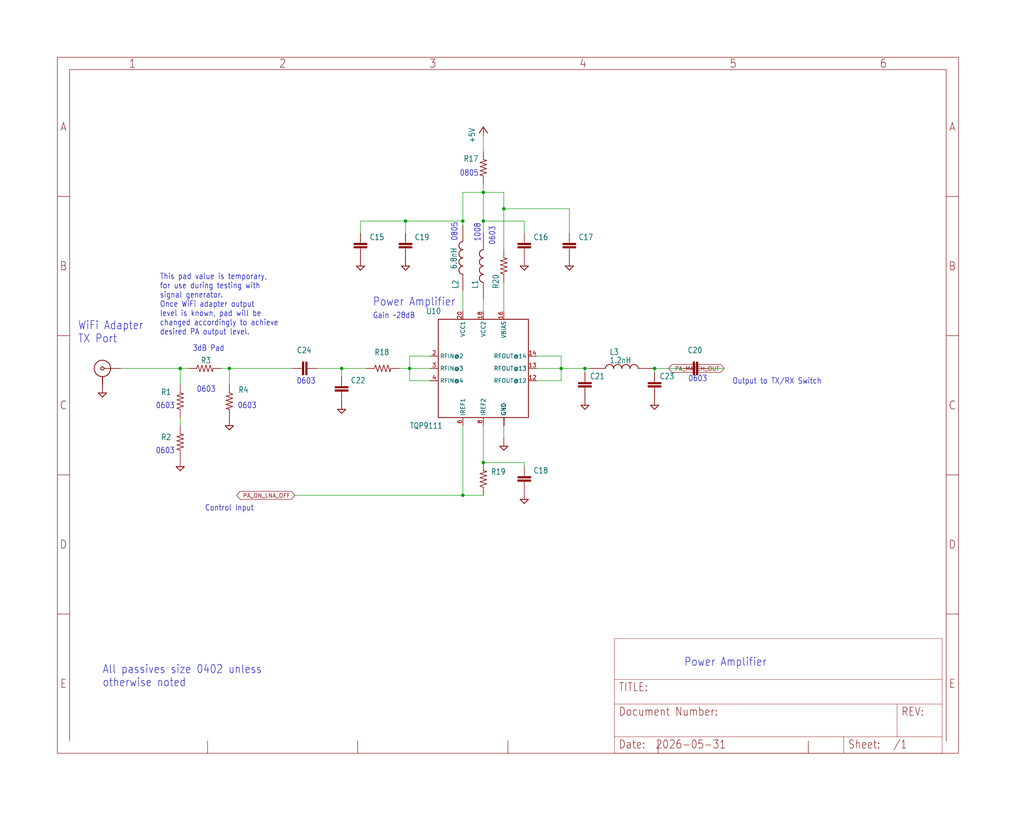
<source format=kicad_sch>
(kicad_sch (version 20231120) (generator "eeschema") (generator_version "8.0")
  (paper "User" 317.5 254.127)
  (lib_symbols
    (symbol "Bidirectional_Amp-eagle-import:+5V" (power)
      (symbol "+5V_1_0"
        (polyline (pts (xy 0 0) (xy -1.27 -1.905)) (stroke (width 0.254)))
        (polyline (pts (xy 1.27 -1.905) (xy 0 0)) (stroke (width 0.254)))
        (pin power_in line (at 0 -2.54 90) (length 2.54) (name "+5V") (number "1"))
      )
    )
    (symbol "Bidirectional_Amp-eagle-import:0402CS-1N2XJLW"
      (property "Reference" "L" (at 16.51 6.35 0))
      (symbol "0402CS-1N2XJLW_1_0"
        (arc (start 7.62 0) (mid 6.35 1.22) (end 5.08 0) (stroke (width 0.254)))
        (arc (start 10.16 0) (mid 8.89 1.22) (end 7.62 0) (stroke (width 0.254)))
        (arc (start 12.7 0) (mid 11.43 1.22) (end 10.16 0) (stroke (width 0.254)))
        (arc (start 15.24 0) (mid 13.97 1.22) (end 12.7 0) (stroke (width 0.254)))
        (pin bidirectional line (at 0 0 0) (length 5.08) (name "1") (number "1"))
        (pin bidirectional line (at 20.32 0 180) (length 5.08) (name "2") (number "2"))
      )
    )
    (symbol "Bidirectional_Amp-eagle-import:0805CS-060XJLC"
      (property "Reference" "L" (at 16.51 6.35 0))
      (symbol "0805CS-060XJLC_1_0"
        (arc (start 7.62 0) (mid 6.35 1.22) (end 5.08 0) (stroke (width 0.254)))
        (arc (start 10.16 0) (mid 8.89 1.22) (end 7.62 0) (stroke (width 0.254)))
        (arc (start 12.7 0) (mid 11.43 1.22) (end 10.16 0) (stroke (width 0.254)))
        (arc (start 15.24 0) (mid 13.97 1.22) (end 12.7 0) (stroke (width 0.254)))
        (pin bidirectional line (at 0 0 0) (length 5.08) (name "1") (number "1"))
        (pin bidirectional line (at 20.32 0 180) (length 5.08) (name "2") (number "2"))
      )
    )
    (symbol "Bidirectional_Amp-eagle-import:1008HQ-10NXJLB1008_IMPERIAL_2520_METRIC"
      (property "Reference" "L" (at 16.51 6.35 0))
      (symbol "1008HQ-10NXJLB1008_IMPERIAL_2520_METRIC_1_0"
        (arc (start 7.62 0) (mid 6.35 1.22) (end 5.08 0) (stroke (width 0.254)))
        (arc (start 10.16 0) (mid 8.89 1.22) (end 7.62 0) (stroke (width 0.254)))
        (arc (start 12.7 0) (mid 11.43 1.22) (end 10.16 0) (stroke (width 0.254)))
        (arc (start 15.24 0) (mid 13.97 1.22) (end 12.7 0) (stroke (width 0.254)))
        (pin bidirectional line (at 0 0 0) (length 5.08) (name "1") (number "1"))
        (pin bidirectional line (at 20.32 0 180) (length 5.08) (name "2") (number "2"))
      )
    )
    (symbol "Bidirectional_Amp-eagle-import:142-0701-851_ALT"
      (symbol "142-0701-851_ALT_1_0"
        (circle (center 0 0) (radius 0.508) (stroke (width 0.254)))
        (circle (center 0 0) (radius 2.54) (stroke (width 0.254)))
        (pin bidirectional line (at 0 -5.08 90) (length 2.54) (name "GND") (number "GND1"))
        (pin bidirectional line (at 0 -5.08 90) (length 2.54) (name "GND") (number "GND2"))
        (pin bidirectional line (at 0 -5.08 90) (length 2.54) (name "GND") (number "GND3"))
        (pin bidirectional line (at 0 -5.08 90) (length 2.54) (name "GND") (number "GND4"))
        (pin bidirectional line (at 5.715 0 180) (length 5.08) (name "CTR") (number "RF1"))
      )
    )
    (symbol "Bidirectional_Amp-eagle-import:C-EU0402-B-NOSILK"
      (property "Reference" "C" (at 1.524 0.381 0))
      (symbol "C-EU0402-B-NOSILK_1_0"
        (rectangle (start -2.032 -2.032) (end 2.032 -1.524) (fill (type outline)))
        (rectangle (start -2.032 -1.016) (end 2.032 -0.508) (fill (type outline)))
        (polyline (pts (xy 0 -2.54) (xy 0 -2.032)) (stroke (width 0.1524)))
        (polyline (pts (xy 0 0) (xy 0 -0.508)) (stroke (width 0.1524)))
        (pin passive line (at 0 2.54 270) (length 2.54) (name "1") (number "1"))
        (pin passive line (at 0 -5.08 90) (length 2.54) (name "2") (number "2"))
      )
    )
    (symbol "Bidirectional_Amp-eagle-import:C-EU0402-C-NOSILK"
      (property "Reference" "C" (at 1.524 0.381 0))
      (symbol "C-EU0402-C-NOSILK_1_0"
        (rectangle (start -2.032 -2.032) (end 2.032 -1.524) (fill (type outline)))
        (rectangle (start -2.032 -1.016) (end 2.032 -0.508) (fill (type outline)))
        (polyline (pts (xy 0 -2.54) (xy 0 -2.032)) (stroke (width 0.1524)))
        (polyline (pts (xy 0 0) (xy 0 -0.508)) (stroke (width 0.1524)))
        (pin passive line (at 0 2.54 270) (length 2.54) (name "1") (number "1"))
        (pin passive line (at 0 -5.08 90) (length 2.54) (name "2") (number "2"))
      )
    )
    (symbol "Bidirectional_Amp-eagle-import:C-EU0603-C-NOSILK"
      (property "Reference" "C" (at 1.524 0.381 0))
      (symbol "C-EU0603-C-NOSILK_1_0"
        (rectangle (start -2.032 -2.032) (end 2.032 -1.524) (fill (type outline)))
        (rectangle (start -2.032 -1.016) (end 2.032 -0.508) (fill (type outline)))
        (polyline (pts (xy 0 -2.54) (xy 0 -2.032)) (stroke (width 0.1524)))
        (polyline (pts (xy 0 0) (xy 0 -0.508)) (stroke (width 0.1524)))
        (pin passive line (at 0 2.54 270) (length 2.54) (name "1") (number "1"))
        (pin passive line (at 0 -5.08 90) (length 2.54) (name "2") (number "2"))
      )
    )
    (symbol "Bidirectional_Amp-eagle-import:FRAME_A_L"
      (symbol "FRAME_A_L_1_0"
        (polyline (pts (xy 0 43.18) (xy 3.81 43.18)))
        (polyline (pts (xy 0 86.36) (xy 3.81 86.36)))
        (polyline (pts (xy 0 129.54) (xy 3.81 129.54)))
        (polyline (pts (xy 0 172.72) (xy 3.81 172.72)))
        (polyline (pts (xy 3.81 3.81) (xy 3.81 212.09)))
        (polyline (pts (xy 46.5667 0) (xy 46.5667 3.81)))
        (polyline (pts (xy 93.1333 0) (xy 93.1333 3.81)))
        (polyline (pts (xy 139.7 0) (xy 139.7 3.81)))
        (polyline (pts (xy 186.2667 0) (xy 186.2667 3.81)))
        (polyline (pts (xy 232.8333 0) (xy 232.8333 3.81)))
        (polyline (pts (xy 275.59 3.81) (xy 275.59 212.09)))
        (polyline (pts (xy 275.59 43.18) (xy 279.4 43.18)))
        (polyline (pts (xy 275.59 86.36) (xy 279.4 86.36)))
        (polyline (pts (xy 275.59 129.54) (xy 279.4 129.54)))
        (polyline (pts (xy 275.59 172.72) (xy 279.4 172.72)))
        (polyline (pts (xy 275.59 212.09) (xy 3.81 212.09)))
        (polyline (pts (xy 0 0) (xy 279.4 0) (xy 279.4 215.9) (xy 0 215.9) (xy 0 0)))
        (text "1" (at 23.2833 213.995 0) (effects (font (size 2.54 2.286))))
        (text "2" (at 69.85 213.995 0) (effects (font (size 2.54 2.286))))
        (text "3" (at 116.4167 213.995 0) (effects (font (size 2.54 2.286))))
        (text "4" (at 162.9833 213.995 0) (effects (font (size 2.54 2.286))))
        (text "5" (at 209.55 213.995 0) (effects (font (size 2.54 2.286))))
        (text "6" (at 256.1167 213.995 0) (effects (font (size 2.54 2.286))))
        (text "A" (at 1.905 194.31 0) (effects (font (size 2.54 2.286))))
        (text "A" (at 277.495 194.31 0) (effects (font (size 2.54 2.286))))
        (text "B" (at 1.905 151.13 0) (effects (font (size 2.54 2.286))))
        (text "B" (at 277.495 151.13 0) (effects (font (size 2.54 2.286))))
        (text "C" (at 1.905 107.95 0) (effects (font (size 2.54 2.286))))
        (text "C" (at 277.495 107.95 0) (effects (font (size 2.54 2.286))))
        (text "D" (at 1.905 64.77 0) (effects (font (size 2.54 2.286))))
        (text "D" (at 277.495 64.77 0) (effects (font (size 2.54 2.286))))
        (text "E" (at 1.905 21.59 0) (effects (font (size 2.54 2.286))))
        (text "E" (at 277.495 21.59 0) (effects (font (size 2.54 2.286))))
      )
      (symbol "FRAME_A_L_2_0"
        (polyline (pts (xy 0 0) (xy 0 5.08)) (stroke (width 0.1016)))
        (polyline (pts (xy 0 0) (xy 71.12 0)) (stroke (width 0.1016)))
        (polyline (pts (xy 0 5.08) (xy 0 15.24)) (stroke (width 0.1016)))
        (polyline (pts (xy 0 5.08) (xy 71.12 5.08)) (stroke (width 0.1016)))
        (polyline (pts (xy 0 15.24) (xy 0 22.86)) (stroke (width 0.1016)))
        (polyline (pts (xy 0 22.86) (xy 0 35.56)) (stroke (width 0.1016)))
        (polyline (pts (xy 0 22.86) (xy 101.6 22.86)) (stroke (width 0.1016)))
        (polyline (pts (xy 71.12 0) (xy 101.6 0)) (stroke (width 0.1016)))
        (polyline (pts (xy 71.12 5.08) (xy 71.12 0)) (stroke (width 0.1016)))
        (polyline (pts (xy 71.12 5.08) (xy 87.63 5.08)) (stroke (width 0.1016)))
        (polyline (pts (xy 87.63 5.08) (xy 101.6 5.08)) (stroke (width 0.1016)))
        (polyline (pts (xy 87.63 15.24) (xy 0 15.24)) (stroke (width 0.1016)))
        (polyline (pts (xy 87.63 15.24) (xy 87.63 5.08)) (stroke (width 0.1016)))
        (polyline (pts (xy 101.6 5.08) (xy 101.6 0)) (stroke (width 0.1016)))
        (polyline (pts (xy 101.6 15.24) (xy 87.63 15.24)) (stroke (width 0.1016)))
        (polyline (pts (xy 101.6 15.24) (xy 101.6 5.08)) (stroke (width 0.1016)))
        (polyline (pts (xy 101.6 22.86) (xy 101.6 15.24)) (stroke (width 0.1016)))
        (polyline (pts (xy 101.6 35.56) (xy 0 35.56)) (stroke (width 0.1016)))
        (polyline (pts (xy 101.6 35.56) (xy 101.6 22.86)) (stroke (width 0.1016)))
        (text "${#}/${##}" (at 86.36 1.27 0) (effects (font (size 2.54 2.159)) (justify left bottom)))
        (text "${CURRENT_DATE}" (at 12.7 1.27 0) (effects (font (size 2.54 2.159)) (justify left bottom)))
        (text "${PROJECTNAME}" (at 17.78 19.05 0) (effects (font (size 2.54 2.159)) (justify left bottom)))
        (text "Date:" (at 1.27 1.27 0) (effects (font (size 2.54 2.159)) (justify left bottom)))
        (text "Document Number:" (at 1.27 11.43 0) (effects (font (size 2.54 2.159)) (justify left bottom)))
        (text "REV:" (at 88.9 11.43 0) (effects (font (size 2.54 2.159)) (justify left bottom)))
        (text "Sheet:" (at 72.39 1.27 0) (effects (font (size 2.54 2.159)) (justify left bottom)))
        (text "TITLE:" (at 1.27 19.05 0) (effects (font (size 2.54 2.159)) (justify left bottom)))
      )
    )
    (symbol "Bidirectional_Amp-eagle-import:GND" (power)
      (symbol "GND_1_0"
        (polyline (pts (xy -1.27 0) (xy 1.27 0)) (stroke (width 0.254)))
        (polyline (pts (xy 0 -1.27) (xy -1.27 0)) (stroke (width 0.254)))
        (polyline (pts (xy 1.27 0) (xy 0 -1.27)) (stroke (width 0.254)))
        (pin power_in line (at 0 2.54 270) (length 2.54) (name "GND") (number "1"))
      )
    )
    (symbol "Bidirectional_Amp-eagle-import:R-US_0402-B-NOSILK"
      (property "Reference" "R" (at -3.81 1.4986 0))
      (symbol "R-US_0402-B-NOSILK_1_0"
        (polyline (pts (xy -2.54 0) (xy -2.159 1.016)) (stroke (width 0.2032)))
        (polyline (pts (xy -2.159 1.016) (xy -1.524 -1.016)) (stroke (width 0.2032)))
        (polyline (pts (xy -1.524 -1.016) (xy -0.889 1.016)) (stroke (width 0.2032)))
        (polyline (pts (xy -0.889 1.016) (xy -0.254 -1.016)) (stroke (width 0.2032)))
        (polyline (pts (xy -0.254 -1.016) (xy 0.381 1.016)) (stroke (width 0.2032)))
        (polyline (pts (xy 0.381 1.016) (xy 1.016 -1.016)) (stroke (width 0.2032)))
        (polyline (pts (xy 1.016 -1.016) (xy 1.651 1.016)) (stroke (width 0.2032)))
        (polyline (pts (xy 1.651 1.016) (xy 2.286 -1.016)) (stroke (width 0.2032)))
        (polyline (pts (xy 2.286 -1.016) (xy 2.54 0)) (stroke (width 0.2032)))
        (pin passive line (at -5.08 0 0) (length 2.54) (name "1") (number "1"))
        (pin passive line (at 5.08 0 180) (length 2.54) (name "2") (number "2"))
      )
    )
    (symbol "Bidirectional_Amp-eagle-import:R-US_0603-C-NOSILK"
      (property "Reference" "R" (at -3.81 1.4986 0))
      (symbol "R-US_0603-C-NOSILK_1_0"
        (polyline (pts (xy -2.54 0) (xy -2.159 1.016)) (stroke (width 0.2032)))
        (polyline (pts (xy -2.159 1.016) (xy -1.524 -1.016)) (stroke (width 0.2032)))
        (polyline (pts (xy -1.524 -1.016) (xy -0.889 1.016)) (stroke (width 0.2032)))
        (polyline (pts (xy -0.889 1.016) (xy -0.254 -1.016)) (stroke (width 0.2032)))
        (polyline (pts (xy -0.254 -1.016) (xy 0.381 1.016)) (stroke (width 0.2032)))
        (polyline (pts (xy 0.381 1.016) (xy 1.016 -1.016)) (stroke (width 0.2032)))
        (polyline (pts (xy 1.016 -1.016) (xy 1.651 1.016)) (stroke (width 0.2032)))
        (polyline (pts (xy 1.651 1.016) (xy 2.286 -1.016)) (stroke (width 0.2032)))
        (polyline (pts (xy 2.286 -1.016) (xy 2.54 0)) (stroke (width 0.2032)))
        (pin passive line (at -5.08 0 0) (length 2.54) (name "1") (number "1"))
        (pin passive line (at 5.08 0 180) (length 2.54) (name "2") (number "2"))
      )
    )
    (symbol "Bidirectional_Amp-eagle-import:R-US_R0402"
      (property "Reference" "R" (at -3.81 1.4986 0))
      (symbol "R-US_R0402_1_0"
        (polyline (pts (xy -2.54 0) (xy -2.159 1.016)) (stroke (width 0.2032)))
        (polyline (pts (xy -2.159 1.016) (xy -1.524 -1.016)) (stroke (width 0.2032)))
        (polyline (pts (xy -1.524 -1.016) (xy -0.889 1.016)) (stroke (width 0.2032)))
        (polyline (pts (xy -0.889 1.016) (xy -0.254 -1.016)) (stroke (width 0.2032)))
        (polyline (pts (xy -0.254 -1.016) (xy 0.381 1.016)) (stroke (width 0.2032)))
        (polyline (pts (xy 0.381 1.016) (xy 1.016 -1.016)) (stroke (width 0.2032)))
        (polyline (pts (xy 1.016 -1.016) (xy 1.651 1.016)) (stroke (width 0.2032)))
        (polyline (pts (xy 1.651 1.016) (xy 2.286 -1.016)) (stroke (width 0.2032)))
        (polyline (pts (xy 2.286 -1.016) (xy 2.54 0)) (stroke (width 0.2032)))
        (pin passive line (at -5.08 0 0) (length 2.54) (name "1") (number "1"))
        (pin passive line (at 5.08 0 180) (length 2.54) (name "2") (number "2"))
      )
    )
    (symbol "Bidirectional_Amp-eagle-import:R-US_R0805"
      (property "Reference" "R" (at -3.81 1.4986 0))
      (symbol "R-US_R0805_1_0"
        (polyline (pts (xy -2.54 0) (xy -2.159 1.016)) (stroke (width 0.2032)))
        (polyline (pts (xy -2.159 1.016) (xy -1.524 -1.016)) (stroke (width 0.2032)))
        (polyline (pts (xy -1.524 -1.016) (xy -0.889 1.016)) (stroke (width 0.2032)))
        (polyline (pts (xy -0.889 1.016) (xy -0.254 -1.016)) (stroke (width 0.2032)))
        (polyline (pts (xy -0.254 -1.016) (xy 0.381 1.016)) (stroke (width 0.2032)))
        (polyline (pts (xy 0.381 1.016) (xy 1.016 -1.016)) (stroke (width 0.2032)))
        (polyline (pts (xy 1.016 -1.016) (xy 1.651 1.016)) (stroke (width 0.2032)))
        (polyline (pts (xy 1.651 1.016) (xy 2.286 -1.016)) (stroke (width 0.2032)))
        (polyline (pts (xy 2.286 -1.016) (xy 2.54 0)) (stroke (width 0.2032)))
        (pin passive line (at -5.08 0 0) (length 2.54) (name "1") (number "1"))
        (pin passive line (at 5.08 0 180) (length 2.54) (name "2") (number "2"))
      )
    )
    (symbol "Bidirectional_Amp-eagle-import:TQP9111"
      (property "Reference" "U" (at -17.78 17.78 0))
      (symbol "TQP9111_1_0"
        (polyline (pts (xy -13.97 15.24) (xy -13.97 -15.24)) (stroke (width 0.254)))
        (polyline (pts (xy -13.97 15.24) (xy 13.97 15.24)) (stroke (width 0.254)))
        (polyline (pts (xy 13.97 -15.24) (xy -13.97 -15.24)) (stroke (width 0.254)))
        (polyline (pts (xy 13.97 -15.24) (xy 13.97 15.24)) (stroke (width 0.254)))
        (pin power_in line (at 6.35 -17.78 90) (length 2.54) (name "GND") (number "1"))
        (pin power_in line (at 6.35 -17.78 90) (length 2.54) (name "GND") (number "10"))
        (pin power_in line (at 6.35 -17.78 90) (length 2.54) (name "GND") (number "11"))
        (pin output line (at 16.51 -3.81 180) (length 2.54) (name "RFOUT@12") (number "12"))
        (pin output line (at 16.51 0 180) (length 2.54) (name "RFOUT@13") (number "13"))
        (pin output line (at 16.51 3.81 180) (length 2.54) (name "RFOUT@14") (number "14"))
        (pin power_in line (at 6.35 -17.78 90) (length 2.54) (name "GND") (number "15"))
        (pin power_in line (at 6.35 17.78 270) (length 2.54) (name "VBIAS") (number "16"))
        (pin power_in line (at 6.35 -17.78 90) (length 2.54) (name "GND") (number "17"))
        (pin power_in line (at 0 17.78 270) (length 2.54) (name "VCC2") (number "18"))
        (pin power_in line (at 6.35 -17.78 90) (length 2.54) (name "GND") (number "19"))
        (pin input line (at -16.51 3.81 0) (length 2.54) (name "RFIN@2") (number "2"))
        (pin power_in line (at -6.35 17.78 270) (length 2.54) (name "VCC1") (number "20"))
        (pin power_in line (at 6.35 -17.78 90) (length 2.54) (name "GND") (number "21"))
        (pin input line (at -16.51 0 0) (length 2.54) (name "RFIN@3") (number "3"))
        (pin input line (at -16.51 -3.81 0) (length 2.54) (name "RFIN@4") (number "4"))
        (pin power_in line (at 6.35 -17.78 90) (length 2.54) (name "GND") (number "5"))
        (pin passive line (at -6.35 -17.78 90) (length 2.54) (name "IREF1") (number "6"))
        (pin power_in line (at 6.35 -17.78 90) (length 2.54) (name "GND") (number "7"))
        (pin passive line (at 0 -17.78 90) (length 2.54) (name "IREF2") (number "8"))
        (pin power_in line (at 6.35 -17.78 90) (length 2.54) (name "GND") (number "9"))
      )
    )
  )
  (junction (at 127 114.3))
  (junction (at 71.12 114.3))
  (junction (at 143.51 68.58))
  (junction (at 149.86 143.51))
  (junction (at 149.86 68.58))
  (junction (at 173.99 114.3))
  (junction (at 125.73 68.58))
  (junction (at 149.86 59.69))
  (junction (at 156.21 64.77))
  (junction (at 143.51 153.67))
  (junction (at 202.946 114.3))
  (junction (at 181.356 114.3))
  (junction (at 55.88 114.3))
  (junction (at 105.918 114.3))
  (wire (pts (xy 55.88 114.3) (xy 37.465 114.3)) (stroke (width 0.1524)))
  (wire (pts (xy 181.356 115.57) (xy 181.356 114.3)) (stroke (width 0.1524)))
  (wire (pts (xy 123.698 114.3) (xy 127 114.3)) (stroke (width 0.1524)))
  (wire (pts (xy 156.21 87.63) (xy 156.21 96.52)) (stroke (width 0.1524)))
  (wire (pts (xy 143.51 153.67) (xy 91.44 153.67)) (stroke (width 0.1524)))
  (wire (pts (xy 143.51 59.69) (xy 143.51 68.58)) (stroke (width 0.1524)))
  (wire (pts (xy 68.58 114.3) (xy 71.12 114.3)) (stroke (width 0.1524)))
  (wire (pts (xy 113.538 114.3) (xy 105.918 114.3)) (stroke (width 0.1524)))
  (wire (pts (xy 156.21 64.77) (xy 156.21 59.69)) (stroke (width 0.1524)))
  (wire (pts (xy 156.21 132.08) (xy 156.21 135.89)) (stroke (width 0.1524)))
  (wire (pts (xy 162.56 144.78) (xy 162.56 143.51)) (stroke (width 0.1524)))
  (wire (pts (xy 111.76 68.58) (xy 125.73 68.58)) (stroke (width 0.1524)))
  (wire (pts (xy 143.51 132.08) (xy 143.51 153.67)) (stroke (width 0.1524)))
  (wire (pts (xy 55.88 119.38) (xy 55.88 114.3)) (stroke (width 0.1524)))
  (wire (pts (xy 202.946 114.3) (xy 202.946 115.57)) (stroke (width 0.1524)))
  (wire (pts (xy 176.53 72.39) (xy 176.53 64.77)) (stroke (width 0.1524)))
  (wire (pts (xy 176.53 64.77) (xy 156.21 64.77)) (stroke (width 0.1524)))
  (wire (pts (xy 98.298 114.3) (xy 105.918 114.3)) (stroke (width 0.1524)))
  (wire (pts (xy 173.99 114.3) (xy 173.99 118.11)) (stroke (width 0.1524)))
  (wire (pts (xy 202.946 114.3) (xy 211.836 114.3)) (stroke (width 0.1524)))
  (wire (pts (xy 133.35 110.49) (xy 127 110.49)) (stroke (width 0.1524)))
  (wire (pts (xy 143.51 68.58) (xy 143.51 69.85)) (stroke (width 0.1524)))
  (wire (pts (xy 71.12 114.3) (xy 90.678 114.3)) (stroke (width 0.1524)))
  (wire (pts (xy 166.37 110.49) (xy 173.99 110.49)) (stroke (width 0.1524)))
  (wire (pts (xy 162.56 72.39) (xy 162.56 68.58)) (stroke (width 0.1524)))
  (wire (pts (xy 173.99 118.11) (xy 166.37 118.11)) (stroke (width 0.1524)))
  (wire (pts (xy 127 114.3) (xy 127 118.11)) (stroke (width 0.1524)))
  (wire (pts (xy 125.73 72.39) (xy 125.73 68.58)) (stroke (width 0.1524)))
  (wire (pts (xy 105.918 114.3) (xy 105.918 116.84)) (stroke (width 0.1524)))
  (wire (pts (xy 133.35 114.3) (xy 127 114.3)) (stroke (width 0.1524)))
  (wire (pts (xy 156.21 77.47) (xy 156.21 64.77)) (stroke (width 0.1524)))
  (wire (pts (xy 173.99 110.49) (xy 173.99 114.3)) (stroke (width 0.1524)))
  (wire (pts (xy 173.99 114.3) (xy 181.356 114.3)) (stroke (width 0.1524)))
  (wire (pts (xy 149.86 92.71) (xy 149.86 96.52)) (stroke (width 0.1524)))
  (wire (pts (xy 71.12 119.38) (xy 71.12 114.3)) (stroke (width 0.1524)))
  (wire (pts (xy 219.456 114.3) (xy 224.536 114.3)) (stroke (width 0.1524)))
  (wire (pts (xy 149.86 153.67) (xy 143.51 153.67)) (stroke (width 0.1524)))
  (wire (pts (xy 55.88 114.3) (xy 58.42 114.3)) (stroke (width 0.1524)))
  (wire (pts (xy 149.86 57.15) (xy 149.86 59.69)) (stroke (width 0.1524)))
  (wire (pts (xy 143.51 59.69) (xy 149.86 59.69)) (stroke (width 0.1524)))
  (wire (pts (xy 166.37 114.3) (xy 173.99 114.3)) (stroke (width 0.1524)))
  (wire (pts (xy 149.86 68.58) (xy 149.86 59.69)) (stroke (width 0.1524)))
  (wire (pts (xy 125.73 68.58) (xy 143.51 68.58)) (stroke (width 0.1524)))
  (wire (pts (xy 162.56 143.51) (xy 149.86 143.51)) (stroke (width 0.1524)))
  (wire (pts (xy 149.86 59.69) (xy 156.21 59.69)) (stroke (width 0.1524)))
  (wire (pts (xy 162.56 68.58) (xy 149.86 68.58)) (stroke (width 0.1524)))
  (wire (pts (xy 127 110.49) (xy 127 114.3)) (stroke (width 0.1524)))
  (wire (pts (xy 143.51 90.17) (xy 143.51 96.52)) (stroke (width 0.1524)))
  (wire (pts (xy 127 118.11) (xy 133.35 118.11)) (stroke (width 0.1524)))
  (wire (pts (xy 111.76 72.39) (xy 111.76 68.58)) (stroke (width 0.1524)))
  (wire (pts (xy 55.88 129.54) (xy 55.88 132.08)) (stroke (width 0.1524)))
  (wire (pts (xy 149.86 72.39) (xy 149.86 68.58)) (stroke (width 0.1524)))
  (wire (pts (xy 182.626 114.3) (xy 181.356 114.3)) (stroke (width 0.1524)))
  (wire (pts (xy 149.86 46.99) (xy 149.86 41.91)) (stroke (width 0.1524)))
  (wire (pts (xy 149.86 132.08) (xy 149.86 143.51)) (stroke (width 0.1524)))
  (text "Output to TX/RX Switch" (at 227.076 119.38 0) (effects (font (size 1.778 1.5113)) (justify left bottom)))
  (text "3dB Pad" (at 59.69 109.22 0) (effects (font (size 1.778 1.5113)) (justify left bottom)))
  (text "0603" (at 213.36 118.618 0) (effects (font (size 1.778 1.5113)) (justify left bottom)))
  (text "0603" (at 48.26 140.97 0) (effects (font (size 1.778 1.5113)) (justify left bottom)))
  (text "Power Amplifier" (at 115.57 95.25 0) (effects (font (size 2.54 2.159)) (justify left bottom)))
  (text "1008" (at 149.098 75.184 90) (effects (font (size 1.778 1.5113)) (justify left bottom)))
  (text "0805" (at 142.494 54.864 0) (effects (font (size 1.778 1.5113)) (justify left bottom)))
  (text "0603" (at 153.67 76.2 90) (effects (font (size 1.778 1.5113)) (justify left bottom)))
  (text "0603" (at 73.66 127 0) (effects (font (size 1.778 1.5113)) (justify left bottom)))
  (text "0603" (at 91.948 119.38 0) (effects (font (size 1.778 1.5113)) (justify left bottom)))
  (text "0603" (at 60.96 121.92 0) (effects (font (size 1.778 1.5113)) (justify left bottom)))
  (text "WiFi Adapter\nTX Port" (at 24.13 106.68 0) (effects (font (size 2.54 2.159)) (justify left bottom)))
  (text "0805" (at 141.986 74.93 90) (effects (font (size 1.778 1.5113)) (justify left bottom)))
  (text "All passives size 0402 unless\notherwise noted" (at 31.75 213.36 0) (effects (font (size 2.54 2.159)) (justify left bottom)))
  (text "0603" (at 48.26 127 0) (effects (font (size 1.778 1.5113)) (justify left bottom)))
  (text "Power Amplifier" (at 212.09 207.01 0) (effects (font (size 2.54 2.159)) (justify left bottom)))
  (text "Control Input" (at 63.5 158.75 0) (effects (font (size 1.778 1.5113)) (justify left bottom)))
  (text "This pad value is temporary,\nfor use during testing with\nsignal generator.\nOnce WiFi adapter output\nlevel is known, pad will be\nchanged accordingly to achieve\ndesired PA output level." (at 49.53 104.14 0) (effects (font (size 1.778 1.5113)) (justify left bottom)))
  (text "Gain ~28dB" (at 115.57 99.06 0) (effects (font (size 1.778 1.5113)) (justify left bottom)))
  (global_label "PA_MATCH_OUT" (shape bidirectional) (at 224.536 114.3 180) (effects (font (size 1.2446 1.2446))) (property "Intersheetrefs" "${INTERSHEET_REFS}" (effects (hide yes))))
  (global_label "PA_ON_LNA_OFF" (shape bidirectional) (at 91.44 153.67 180) (effects (font (size 1.2446 1.2446))) (property "Intersheetrefs" "${INTERSHEET_REFS}" (effects (hide yes))))
  (symbol (lib_id "Bidirectional_Amp-eagle-import:R-US_0402-B-NOSILK") (at 149.86 148.59 90) (unit 1)
    (property "Reference" "R19" (at 152.1714 147.32 90) (effects (font (size 1.778 1.5113)) (justify right top)))
    (property "Value" "R-US_0402-B-NOSILK" (effects (hide yes)))
    (property "Footprint" "Bidirectional_Amp:.0402-B-NOSILK" (effects (hide yes)))
    (property "MFR" "Panasonic" (effects (hide yes)))
    (property "MPN" "ERJ-2RKF1100X" (effects (hide yes)))
  )
  (symbol (lib_id "Bidirectional_Amp-eagle-import:142-0701-851_ALT") (at 31.75 114.3 0) (unit 1)
    (property "Reference" "J1" (effects (hide yes)))
    (property "Value" "142-0701-851_ALT" (effects (hide yes)))
    (property "Footprint" "Bidirectional_Amp:142-0701-851" (effects (hide yes)))
    (property "MFR" "Cinch" (effects (hide yes)))
    (property "MPN" "142-0701-851" (effects (hide yes)))
  )
  (symbol (lib_id "Bidirectional_Amp-eagle-import:R-US_0603-C-NOSILK") (at 71.12 124.46 270) (unit 1)
    (property "Reference" "R4" (at 73.8886 121.92 90) (effects (font (size 1.778 1.5113)) (justify left bottom)))
    (property "Value" "R-US_0603-C-NOSILK" (effects (hide yes)))
    (property "Footprint" "Bidirectional_Amp:.0603-C-NOSILK" (effects (hide yes)))
    (property "MFR" "Panasonic" (effects (hide yes)))
    (property "MPN" "ERJ-3EKF2940V" (effects (hide yes)))
  )
  (symbol (lib_id "Bidirectional_Amp-eagle-import:R-US_0603-C-NOSILK") (at 156.21 82.55 90) (unit 1)
    (property "Reference" "R20" (at 154.7114 89.662 0) (effects (font (size 1.778 1.5113)) (justify left bottom)))
    (property "Value" "R-US_0603-C-NOSILK" (effects (hide yes)))
    (property "Footprint" "Bidirectional_Amp:.0603-C-NOSILK" (effects (hide yes)))
    (property "MFR" "Panasonic" (effects (hide yes)))
    (property "MPN" "ERJ-3EKF2200V" (effects (hide yes)))
  )
  (symbol (lib_id "Bidirectional_Amp-eagle-import:GND") (at 55.88 144.78 0) (unit 1)
    (property "Reference" "#SUPPLY4" (effects (hide yes)))
    (property "Value" "GND" (effects (hide yes)))
  )
  (symbol (lib_id "Bidirectional_Amp-eagle-import:R-US_R0402") (at 118.618 114.3 0) (unit 1)
    (property "Reference" "R18" (at 116.078 110.2614 0) (effects (font (size 1.778 1.5113)) (justify left bottom)))
    (property "Value" "R-US_R0402" (effects (hide yes)))
    (property "Footprint" "Bidirectional_Amp:R0402" (effects (hide yes)))
    (property "MFR" "Panasonic" (effects (hide yes)))
    (property "MPN" "ERJ-2GEJ1R2X" (effects (hide yes)))
  )
  (symbol (lib_id "Bidirectional_Amp-eagle-import:R-US_0603-C-NOSILK") (at 63.5 114.3 0) (unit 1)
    (property "Reference" "R3" (at 62.23 112.8014 0) (effects (font (size 1.778 1.5113)) (justify left bottom)))
    (property "Value" "R-US_0603-C-NOSILK" (effects (hide yes)))
    (property "Footprint" "Bidirectional_Amp:.0603-C-NOSILK" (effects (hide yes)))
    (property "MFR" "Panasonic" (effects (hide yes)))
    (property "MPN" "ERJ-3EKF17R8V" (effects (hide yes)))
  )
  (symbol (lib_id "Bidirectional_Amp-eagle-import:C-EU0402-B-NOSILK") (at 125.73 74.93 0) (unit 1)
    (property "Reference" "C19" (at 128.524 74.549 0) (effects (font (size 1.778 1.5113)) (justify left bottom)))
    (property "Value" "C-EU0402-B-NOSILK" (effects (hide yes)))
    (property "Footprint" "Bidirectional_Amp:.0402-B-NOSILK" (effects (hide yes)))
    (property "MFR" "TDK" (effects (hide yes)))
    (property "MPN" "CGA2B2NP01H102J050BA" (effects (hide yes)))
  )
  (symbol (lib_id "Bidirectional_Amp-eagle-import:GND") (at 181.356 125.73 0) (unit 1)
    (property "Reference" "#SUPPLY47" (effects (hide yes)))
    (property "Value" "GND" (effects (hide yes)))
  )
  (symbol (lib_id "Bidirectional_Amp-eagle-import:R-US_0603-C-NOSILK") (at 55.88 137.16 90) (unit 1)
    (property "Reference" "R2" (at 53.1114 134.62 90) (effects (font (size 1.778 1.5113)) (justify left bottom)))
    (property "Value" "R-US_0603-C-NOSILK" (effects (hide yes)))
    (property "Footprint" "Bidirectional_Amp:.0603-C-NOSILK" (effects (hide yes)))
    (property "MFR" "Panasonic" (effects (hide yes)))
    (property "MPN" "ERJ-3EKF1470V" (effects (hide yes)))
  )
  (symbol (lib_id "Bidirectional_Amp-eagle-import:TQP9111") (at 149.86 114.3 0) (unit 1)
    (property "Reference" "U10" (at 132.08 96.52 0) (effects (font (size 1.778 1.5113)) (justify left)))
    (property "Value" "TQP9111" (at 127 132.08 0) (effects (font (size 1.778 1.5113)) (justify left)))
    (property "Footprint" "Bidirectional_Amp:QFN50P400X400X102-21N" (effects (hide yes)))
  )
  (symbol (lib_id "Bidirectional_Amp-eagle-import:GND") (at 71.12 132.08 0) (unit 1)
    (property "Reference" "#SUPPLY5" (effects (hide yes)))
    (property "Value" "GND" (effects (hide yes)))
  )
  (symbol (lib_id "Bidirectional_Amp-eagle-import:C-EU0402-B-NOSILK") (at 162.56 147.32 0) (unit 1)
    (property "Reference" "C18" (at 165.354 146.939 0) (effects (font (size 1.778 1.5113)) (justify left bottom)))
    (property "Value" "C-EU0402-B-NOSILK" (effects (hide yes)))
    (property "Footprint" "Bidirectional_Amp:.0402-B-NOSILK" (effects (hide yes)))
    (property "MFR" "Murata" (effects (hide yes)))
    (property "MPN" "GCM1555C1H101JA16D" (effects (hide yes)))
  )
  (symbol (lib_id "Bidirectional_Amp-eagle-import:1008HQ-10NXJLB1008_IMPERIAL_2520_METRIC") (at 149.86 92.71 90) (unit 1)
    (property "Reference" "L1" (at 147.32 89.662 0) (effects (font (size 1.778 1.5113)) (justify left)))
    (property "Value" "1008HQ-10NXJLB1008_IMPERIAL_2520_METRIC" (effects (hide yes)))
    (property "Footprint" "Bidirectional_Amp:INDC2520X120N" (effects (hide yes)))
    (property "MFR" "COILCRAFT" (effects (hide yes)))
    (property "MPN" "1008HQ-10NXJLB" (effects (hide yes)))
  )
  (symbol (lib_id "Bidirectional_Amp-eagle-import:FRAME_A_L") (at 17.78 233.68 0) (unit 1)
    (property "Reference" "#FRAME3" (effects (hide yes)))
    (property "Value" "FRAME_A_L" (effects (hide yes)))
  )
  (symbol (lib_id "Bidirectional_Amp-eagle-import:C-EU0402-B-NOSILK") (at 162.56 74.93 0) (unit 1)
    (property "Reference" "C16" (at 165.354 74.549 0) (effects (font (size 1.778 1.5113)) (justify left bottom)))
    (property "Value" "C-EU0402-B-NOSILK" (effects (hide yes)))
    (property "Footprint" "Bidirectional_Amp:.0402-B-NOSILK" (effects (hide yes)))
    (property "MFR" "TDK" (effects (hide yes)))
    (property "MPN" "CGA2B1X7R1C104K050BC" (effects (hide yes)))
  )
  (symbol (lib_id "Bidirectional_Amp-eagle-import:0402CS-1N2XJLW") (at 182.626 114.3 0) (unit 1)
    (property "Reference" "L3" (at 188.976 109.22 0) (effects (font (size 1.778 1.5113)) (justify left)))
    (property "Value" "1.2nH" (at 188.976 111.76 0) (effects (font (size 1.778 1.5113)) (justify left)))
    (property "Footprint" "Bidirectional_Amp:0402CS1N2XJLW" (effects (hide yes)))
  )
  (symbol (lib_id "Bidirectional_Amp-eagle-import:GND") (at 176.53 82.55 0) (unit 1)
    (property "Reference" "#SUPPLY41" (effects (hide yes)))
    (property "Value" "GND" (effects (hide yes)))
  )
  (symbol (lib_id "Bidirectional_Amp-eagle-import:GND") (at 125.73 82.55 0) (unit 1)
    (property "Reference" "#SUPPLY39" (effects (hide yes)))
    (property "Value" "GND" (effects (hide yes)))
  )
  (symbol (lib_id "Bidirectional_Amp-eagle-import:GND") (at 162.56 82.55 0) (unit 1)
    (property "Reference" "#SUPPLY40" (effects (hide yes)))
    (property "Value" "GND" (effects (hide yes)))
  )
  (symbol (lib_id "Bidirectional_Amp-eagle-import:C-EU0402-C-NOSILK") (at 105.918 119.38 0) (unit 1)
    (property "Reference" "C22" (at 108.712 118.999 0) (effects (font (size 1.778 1.5113)) (justify left bottom)))
    (property "Value" "C-EU0402-C-NOSILK" (effects (hide yes)))
    (property "Footprint" "Bidirectional_Amp:.0402-C-NOSILK" (effects (hide yes)))
    (property "MFR" "Taiyo Yuden" (effects (hide yes)))
    (property "MPN" "UVK105CG2R2JW-F" (effects (hide yes)))
  )
  (symbol (lib_id "Bidirectional_Amp-eagle-import:C-EU0402-C-NOSILK") (at 202.946 118.11 0) (unit 1)
    (property "Reference" "C23" (at 204.47 117.729 0) (effects (font (size 1.778 1.5113)) (justify left bottom)))
    (property "Value" "C-EU0402-C-NOSILK" (effects (hide yes)))
    (property "Footprint" "Bidirectional_Amp:.0402-C-NOSILK" (effects (hide yes)))
    (property "MFR" "Murata" (effects (hide yes)))
    (property "MPN" "GJM1555C1H1R6BB01D" (effects (hide yes)))
  )
  (symbol (lib_id "Bidirectional_Amp-eagle-import:R-US_R0805") (at 149.86 52.07 90) (unit 1)
    (property "Reference" "R17" (at 148.3614 48.26 90) (effects (font (size 1.778 1.5113)) (justify left bottom)))
    (property "Value" "R-US_R0805" (effects (hide yes)))
    (property "Footprint" "Bidirectional_Amp:R0805" (effects (hide yes)))
    (property "MFR" "Panasonic" (effects (hide yes)))
    (property "MPN" "ERJ-6GEY0R00V" (effects (hide yes)))
  )
  (symbol (lib_id "Bidirectional_Amp-eagle-import:GND") (at 202.946 125.73 0) (unit 1)
    (property "Reference" "#SUPPLY48" (effects (hide yes)))
    (property "Value" "GND" (effects (hide yes)))
  )
  (symbol (lib_id "Bidirectional_Amp-eagle-import:GND") (at 105.918 127 0) (unit 1)
    (property "Reference" "#SUPPLY46" (effects (hide yes)))
    (property "Value" "GND" (effects (hide yes)))
  )
  (symbol (lib_id "Bidirectional_Amp-eagle-import:GND") (at 31.75 121.92 0) (unit 1)
    (property "Reference" "#SUPPLY3" (effects (hide yes)))
    (property "Value" "GND" (effects (hide yes)))
  )
  (symbol (lib_id "Bidirectional_Amp-eagle-import:C-EU0603-C-NOSILK") (at 214.376 114.3 90) (unit 1)
    (property "Reference" "C20" (at 217.805 107.696 90) (effects (font (size 1.778 1.5113)) (justify left bottom)))
    (property "Value" "C-EU0603-C-NOSILK" (effects (hide yes)))
    (property "Footprint" "Bidirectional_Amp:.0603-C-NOSILK" (effects (hide yes)))
    (property "MFR" "Murata" (effects (hide yes)))
    (property "MPN" "GCM1885C1H101JA16D " (effects (hide yes)))
  )
  (symbol (lib_id "Bidirectional_Amp-eagle-import:C-EU0603-C-NOSILK") (at 93.218 114.3 90) (unit 1)
    (property "Reference" "C24" (at 96.647 107.696 90) (effects (font (size 1.778 1.5113)) (justify left bottom)))
    (property "Value" "C-EU0603-C-NOSILK" (effects (hide yes)))
    (property "Footprint" "Bidirectional_Amp:.0603-C-NOSILK" (effects (hide yes)))
    (property "MFR" "AVX Corp." (effects (hide yes)))
    (property "MPN" "06032U4R7BAT2A " (effects (hide yes)))
  )
  (symbol (lib_id "Bidirectional_Amp-eagle-import:GND") (at 111.76 82.55 0) (unit 1)
    (property "Reference" "#SUPPLY38" (effects (hide yes)))
    (property "Value" "GND" (effects (hide yes)))
  )
  (symbol (lib_id "Bidirectional_Amp-eagle-import:C-EU0402-B-NOSILK") (at 111.76 74.93 0) (unit 1)
    (property "Reference" "C15" (at 114.554 74.549 0) (effects (font (size 1.778 1.5113)) (justify left bottom)))
    (property "Value" "C-EU0402-B-NOSILK" (effects (hide yes)))
    (property "Footprint" "Bidirectional_Amp:.0402-B-NOSILK" (effects (hide yes)))
    (property "MFR" "TDK" (effects (hide yes)))
    (property "MPN" "CGA2B1X7R1C104K050BC" (effects (hide yes)))
  )
  (symbol (lib_id "Bidirectional_Amp-eagle-import:0805CS-060XJLC") (at 143.51 90.17 90) (unit 1)
    (property "Reference" "L2" (at 141.224 89.662 0) (effects (font (size 1.778 1.5113)) (justify left)))
    (property "Value" "6.8nH" (at 140.716 83.566 0) (effects (font (size 1.778 1.5113)) (justify left)))
    (property "Footprint" "Bidirectional_Amp:0805CS" (effects (hide yes)))
  )
  (symbol (lib_id "Bidirectional_Amp-eagle-import:+5V") (at 149.86 39.37 0) (unit 1)
    (property "Reference" "#P+3" (effects (hide yes)))
    (property "Value" "+5V" (at 147.32 44.45 90) (effects (font (size 1.778 1.5113)) (justify left bottom)))
  )
  (symbol (lib_id "Bidirectional_Amp-eagle-import:C-EU0402-B-NOSILK") (at 176.53 74.93 0) (unit 1)
    (property "Reference" "C17" (at 179.324 74.549 0) (effects (font (size 1.778 1.5113)) (justify left bottom)))
    (property "Value" "C-EU0402-B-NOSILK" (effects (hide yes)))
    (property "Footprint" "Bidirectional_Amp:.0402-B-NOSILK" (effects (hide yes)))
    (property "MFR" "TDK" (effects (hide yes)))
    (property "MPN" "CGA2B1X7R1C104K050BC" (effects (hide yes)))
  )
  (symbol (lib_id "Bidirectional_Amp-eagle-import:R-US_0603-C-NOSILK") (at 55.88 124.46 90) (unit 1)
    (property "Reference" "R1" (at 53.1114 120.65 90) (effects (font (size 1.778 1.5113)) (justify left bottom)))
    (property "Value" "R-US_0603-C-NOSILK" (effects (hide yes)))
    (property "Footprint" "Bidirectional_Amp:.0603-C-NOSILK" (effects (hide yes)))
    (property "MFR" "Panasonic" (effects (hide yes)))
    (property "MPN" "ERJ-3EKF1470V" (effects (hide yes)))
  )
  (symbol (lib_id "Bidirectional_Amp-eagle-import:GND") (at 162.56 154.94 0) (unit 1)
    (property "Reference" "#SUPPLY45" (effects (hide yes)))
    (property "Value" "GND" (effects (hide yes)))
  )
  (symbol (lib_id "Bidirectional_Amp-eagle-import:FRAME_A_L") (at 190.5 233.68 0) (unit 2)
    (property "Reference" "#FRAME3" (effects (hide yes)))
    (property "Value" "FRAME_A_L" (effects (hide yes)))
  )
  (symbol (lib_id "Bidirectional_Amp-eagle-import:GND") (at 156.21 138.43 0) (unit 1)
    (property "Reference" "#SUPPLY44" (effects (hide yes)))
    (property "Value" "GND" (effects (hide yes)))
  )
  (symbol (lib_id "Bidirectional_Amp-eagle-import:C-EU0402-C-NOSILK") (at 181.356 118.11 0) (unit 1)
    (property "Reference" "C21" (at 182.88 117.729 0) (effects (font (size 1.778 1.5113)) (justify left bottom)))
    (property "Value" "C-EU0402-C-NOSILK" (effects (hide yes)))
    (property "Footprint" "Bidirectional_Amp:.0402-C-NOSILK" (effects (hide yes)))
    (property "MFR" "Taiyo Yuden" (effects (hide yes)))
    (property "MPN" "UVK105CG030JW-F" (effects (hide yes)))
  )
)
</source>
